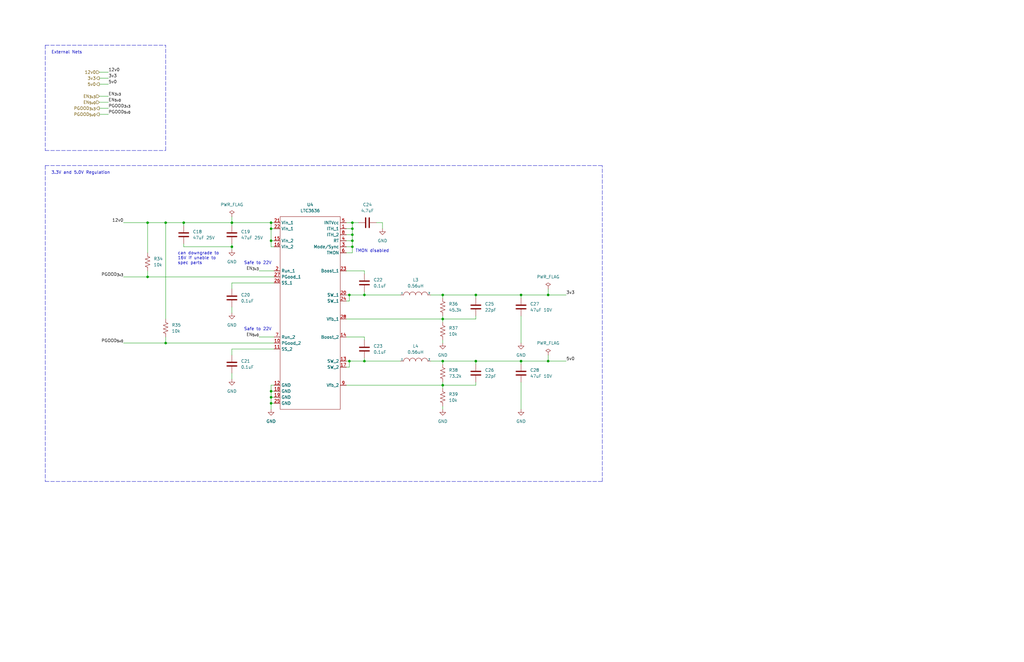
<source format=kicad_sch>
(kicad_sch (version 20211123) (generator eeschema)
  (paper "B")
  (title_block (title "Motorboard") (date "2021-11-14") (rev "1.0.0") (company "The A-Team (RC SSL)") (comment 1 "Designed By: W. Stuckey & R. Osawa") (comment 2 "Reviewed By:"))
  (lib_symbols
    (symbol "Device:C" (pin_numbers hide) (pin_names (offset 0.254))
      (property "Reference" "C" (at 0.635 2.54 0))
      (property "Value" "C" (at 0.635 -2.54 0))
      (symbol "C_0_1"
        (polyline (pts (xy -2.032 -0.762) (xy 2.032 -0.762)) (stroke (width 0.508)))
        (polyline (pts (xy -2.032 0.762) (xy 2.032 0.762)) (stroke (width 0.508)))
      )
      (symbol "C_1_1"
        (pin passive line (at 0 3.81 270) (length 2.794) (name "~") (number "1"))
        (pin passive line (at 0 -3.81 90) (length 2.794) (name "~") (number "2"))
      )
    )
    (symbol "Device:R_US" (pin_numbers hide) (pin_names (offset 0))
      (property "Reference" "R" (at 2.54 0 90))
      (property "Value" "R_US" (at -2.54 0 90))
      (symbol "R_US_0_1"
        (polyline (pts (xy 0 -2.286) (xy 0 -2.54)))
        (polyline (pts (xy 0 2.286) (xy 0 2.54)))
        (polyline (pts (xy 0 -0.762) (xy 1.016 -1.143) (xy 0 -1.524) (xy -1.016 -1.905) (xy 0 -2.286)))
        (polyline (pts (xy 0 0.762) (xy 1.016 0.381) (xy 0 0) (xy -1.016 -0.381) (xy 0 -0.762)))
        (polyline (pts (xy 0 2.286) (xy 1.016 1.905) (xy 0 1.524) (xy -1.016 1.143) (xy 0 0.762)))
      )
      (symbol "R_US_1_1"
        (pin passive line (at 0 3.81 270) (length 1.27) (name "~") (number "1"))
        (pin passive line (at 0 -3.81 90) (length 1.27) (name "~") (number "2"))
      )
    )
    (symbol "ltc_regulators:LTC3636"
      (property "Reference" "U" (at -11.43 -41.91 0))
      (property "Value" "LTC3636" (at 0 41.91 0))
      (symbol "LTC3636_0_1"
        (rectangle (start -12.7 40.64) (end 12.7 -40.64) (stroke (width 0.1524)))
      )
      (symbol "LTC3636_1_1"
        (pin passive line (at 15.24 35.56 180) (length 2.54) (name "ITH_1") (number "1"))
        (pin input line (at -15.24 -12.7 0) (length 2.54) (name "PGood_2") (number "10"))
        (pin input line (at -15.24 -15.24 0) (length 2.54) (name "SS_2") (number "11"))
        (pin power_in line (at -15.24 -30.48 0) (length 2.54) (name "GND") (number "12"))
        (pin power_out line (at 15.24 -20.32 180) (length 2.54) (name "SW_2") (number "13"))
        (pin bidirectional line (at 15.24 -10.16 180) (length 2.54) (name "Boost_2") (number "14"))
        (pin power_in line (at -15.24 30.48 0) (length 2.54) (name "Vin_2") (number "15"))
        (pin power_in line (at -15.24 27.94 0) (length 2.54) (name "Vin_2") (number "16"))
        (pin passive line (at 15.24 -22.86 180) (length 2.54) (name "SW_2") (number "17"))
        (pin power_in line (at -15.24 -33.02 0) (length 2.54) (name "GND") (number "18"))
        (pin power_in line (at -15.24 -35.56 0) (length 2.54) (name "GND") (number "19"))
        (pin input line (at -15.24 17.78 0) (length 2.54) (name "Run_1") (number "2"))
        (pin power_out line (at 15.24 7.62 180) (length 2.54) (name "SW_1") (number "20"))
        (pin power_in line (at -15.24 38.1 0) (length 2.54) (name "Vin_1") (number "21"))
        (pin power_in line (at -15.24 35.56 0) (length 2.54) (name "Vin_1") (number "22"))
        (pin bidirectional line (at 15.24 17.78 180) (length 2.54) (name "Boost_1") (number "23"))
        (pin passive line (at 15.24 5.08 180) (length 2.54) (name "SW_1") (number "24"))
        (pin power_in line (at -15.24 -38.1 0) (length 2.54) (name "GND") (number "25"))
        (pin input line (at -15.24 12.7 0) (length 2.54) (name "SS_1") (number "26"))
        (pin input line (at -15.24 15.24 0) (length 2.54) (name "PGood_1") (number "27"))
        (pin input line (at 15.24 -2.54 180) (length 2.54) (name "Vfb_1") (number "28"))
        (pin input line (at 15.24 27.94 180) (length 2.54) (name "Mode/Sync") (number "3"))
        (pin input line (at 15.24 30.48 180) (length 2.54) (name "RT") (number "4"))
        (pin power_out line (at 15.24 38.1 180) (length 2.54) (name "INTVcc") (number "5"))
        (pin passive line (at 15.24 25.4 180) (length 2.54) (name "TMON") (number "6"))
        (pin input line (at -15.24 -10.16 0) (length 2.54) (name "Run_2") (number "7"))
        (pin passive line (at 15.24 33.02 180) (length 2.54) (name "ITH_2") (number "8"))
        (pin output line (at 15.24 -30.48 180) (length 2.54) (name "Vfb_2") (number "9"))
      )
    )
    (symbol "power:GND" (power) (pin_names (offset 0))
      (property "Value" "GND" (at 0 -3.81 0))
      (symbol "GND_0_1"
        (polyline (pts (xy 0 0) (xy 0 -1.27) (xy 1.27 -1.27) (xy 0 -2.54) (xy -1.27 -1.27) (xy 0 -1.27)))
      )
      (symbol "GND_1_1"
        (pin power_in line (at 0 0 270) (length 0) hide (name "GND") (number "1"))
      )
    )
    (symbol "power:PWR_FLAG" (power) (pin_numbers hide) (pin_names (offset 0) hide)
      (property "Value" "PWR_FLAG" (at 0 3.81 0))
      (symbol "PWR_FLAG_0_0"
        (pin power_out line (at 0 0 90) (length 0) (name "pwr") (number "1"))
      )
      (symbol "PWR_FLAG_0_1"
        (polyline (pts (xy 0 0) (xy 0 1.27) (xy -1.016 1.905) (xy 0 2.54) (xy 1.016 1.905) (xy 0 1.27)))
      )
    )
    (symbol "pspice:INDUCTOR" (pin_numbers hide) (pin_names (offset 0))
      (property "Reference" "L" (at 0 2.54 0))
      (property "Value" "INDUCTOR" (at 0 -1.27 0))
      (symbol "INDUCTOR_0_1"
        (arc (start -2.54 0) (mid -3.81 1.27) (end -5.08 0))
        (arc (start 0 0) (mid -1.27 1.27) (end -2.54 0))
        (arc (start 2.54 0) (mid 1.27 1.27) (end 0 0))
        (arc (start 5.08 0) (mid 3.81 1.27) (end 2.54 0))
      )
      (symbol "INDUCTOR_1_1"
        (pin input line (at -6.35 0 0) (length 1.27) (name "1") (number "1"))
        (pin input line (at 6.35 0 180) (length 1.27) (name "2") (number "2"))
      )
    )
  )
  (junction (at 97.79 104.14) (diameter 0.9144))
  (junction (at 62.23 93.98) (diameter 0.9144))
  (junction (at 219.71 124.46) (diameter 0.9144))
  (junction (at 186.69 162.56) (diameter 0.9144))
  (junction (at 114.3 170.18) (diameter 0.9144))
  (junction (at 148.59 96.52) (diameter 0.9144))
  (junction (at 77.47 93.98) (diameter 0.9144))
  (junction (at 62.23 116.84) (diameter 0.9144))
  (junction (at 186.69 134.62) (diameter 0.9144))
  (junction (at 148.59 104.14))
  (junction (at 114.3 167.64) (diameter 0.9144))
  (junction (at 153.67 152.4) (diameter 0.9144))
  (junction (at 148.59 101.6) (diameter 0.9144))
  (junction (at 231.14 152.4) (diameter 0.9144))
  (junction (at 200.66 152.4) (diameter 0.9144))
  (junction (at 114.3 101.6) (diameter 0.9144))
  (junction (at 153.67 124.46) (diameter 0.9144))
  (junction (at 114.3 165.1) (diameter 0.9144))
  (junction (at 148.59 99.06) (diameter 0.9144))
  (junction (at 219.71 152.4) (diameter 0.9144))
  (junction (at 69.85 144.78) (diameter 0.9144))
  (junction (at 186.69 152.4) (diameter 0.9144))
  (junction (at 147.32 124.46) (diameter 0.9144))
  (junction (at 231.14 124.46))
  (junction (at 114.3 96.52) (diameter 0.9144))
  (junction (at 186.69 124.46) (diameter 0.9144))
  (junction (at 69.85 93.98) (diameter 0.9144))
  (junction (at 114.3 93.98) (diameter 0.9144))
  (junction (at 97.79 93.98) (diameter 0.9144))
  (junction (at 148.59 93.98) (diameter 0.9144))
  (junction (at 200.66 124.46) (diameter 0.9144))
  (junction (at 147.32 152.4) (diameter 0.9144))
  (wire (pts (xy 97.79 91.44) (xy 97.79 93.98)))
  (wire (pts (xy 114.3 104.14) (xy 114.3 101.6)))
  (wire (pts (xy 146.05 142.24) (xy 153.67 142.24)))
  (wire (pts (xy 97.79 119.38) (xy 115.57 119.38)))
  (wire (pts (xy 186.69 134.62) (xy 186.69 135.89)))
  (wire (pts (xy 219.71 124.46) (xy 231.14 124.46)))
  (wire (pts (xy 147.32 124.46) (xy 153.67 124.46)))
  (wire (pts (xy 97.79 157.48) (xy 97.79 160.02)))
  (wire (pts (xy 114.3 165.1) (xy 114.3 167.64)))
  (wire (pts (xy 146.05 99.06) (xy 148.59 99.06)))
  (wire (pts (xy 52.07 93.98) (xy 62.23 93.98)))
  (wire (pts (xy 147.32 152.4) (xy 147.32 154.94)))
  (wire (pts (xy 148.59 93.98) (xy 146.05 93.98)))
  (wire (pts (xy 146.05 152.4) (xy 147.32 152.4)))
  (wire (pts (xy 153.67 142.24) (xy 153.67 143.51)))
  (wire (pts (xy 109.22 142.24) (xy 115.57 142.24)))
  (wire (pts (xy 153.67 152.4) (xy 153.67 151.13)))
  (wire (pts (xy 153.67 114.3) (xy 153.67 115.57)))
  (wire (pts (xy 146.05 96.52) (xy 148.59 96.52)))
  (wire (pts (xy 153.67 124.46) (xy 168.91 124.46)))
  (wire (pts (xy 97.79 93.98) (xy 97.79 95.25)))
  (wire (pts (xy 148.59 99.06) (xy 148.59 96.52)))
  (wire (pts (xy 186.69 171.45) (xy 186.69 172.72)))
  (polyline (pts (xy 19.05 69.85) (xy 19.05 203.2)) (stroke (width 0) (type dash)))
  (polyline (pts (xy 19.05 69.85) (xy 254 69.85)) (stroke (width 0) (type dash)))
  (polyline (pts (xy 19.05 203.2) (xy 254 203.2)) (stroke (width 0) (type dash)))
  (polyline (pts (xy 254 203.2) (xy 254 69.85)) (stroke (width 0) (type dash)))
  (wire (pts (xy 41.91 30.48) (xy 45.72 30.48)))
  (wire (pts (xy 219.71 152.4) (xy 231.14 152.4)))
  (wire (pts (xy 231.14 152.4) (xy 238.76 152.4)))
  (wire (pts (xy 69.85 144.78) (xy 115.57 144.78)))
  (wire (pts (xy 186.69 152.4) (xy 200.66 152.4)))
  (wire (pts (xy 200.66 161.29) (xy 200.66 162.56)))
  (wire (pts (xy 181.61 124.46) (xy 186.69 124.46)))
  (wire (pts (xy 52.07 144.78) (xy 69.85 144.78)))
  (wire (pts (xy 97.79 104.14) (xy 97.79 105.41)))
  (wire (pts (xy 231.14 149.86) (xy 231.14 152.4)))
  (wire (pts (xy 114.3 96.52) (xy 115.57 96.52)))
  (wire (pts (xy 114.3 96.52) (xy 114.3 93.98)))
  (wire (pts (xy 97.79 129.54) (xy 97.79 132.08)))
  (wire (pts (xy 186.69 162.56) (xy 200.66 162.56)))
  (wire (pts (xy 148.59 101.6) (xy 148.59 99.06)))
  (wire (pts (xy 97.79 93.98) (xy 77.47 93.98)))
  (wire (pts (xy 148.59 93.98) (xy 151.13 93.98)))
  (wire (pts (xy 77.47 93.98) (xy 77.47 95.25)))
  (wire (pts (xy 146.05 154.94) (xy 147.32 154.94)))
  (wire (pts (xy 97.79 102.87) (xy 97.79 104.14)))
  (wire (pts (xy 114.3 167.64) (xy 115.57 167.64)))
  (wire (pts (xy 114.3 93.98) (xy 97.79 93.98)))
  (wire (pts (xy 186.69 161.29) (xy 186.69 162.56)))
  (polyline (pts (xy 19.05 19.05) (xy 19.05 63.5)) (stroke (width 0) (type dash)))
  (polyline (pts (xy 19.05 19.05) (xy 69.85 19.05)) (stroke (width 0) (type dash)))
  (polyline (pts (xy 19.05 63.5) (xy 69.85 63.5)) (stroke (width 0) (type dash)))
  (polyline (pts (xy 69.85 63.5) (xy 69.85 19.05)) (stroke (width 0) (type dash)))
  (wire (pts (xy 41.91 48.26) (xy 45.72 48.26)))
  (wire (pts (xy 147.32 152.4) (xy 153.67 152.4)))
  (wire (pts (xy 146.05 127) (xy 147.32 127)))
  (wire (pts (xy 69.85 93.98) (xy 62.23 93.98)))
  (wire (pts (xy 69.85 93.98) (xy 69.85 134.62)))
  (wire (pts (xy 200.66 134.62) (xy 186.69 134.62)))
  (wire (pts (xy 146.05 104.14) (xy 148.59 104.14)))
  (wire (pts (xy 231.14 121.92) (xy 231.14 124.46)))
  (wire (pts (xy 114.3 162.56) (xy 114.3 165.1)))
  (wire (pts (xy 114.3 170.18) (xy 114.3 172.72)))
  (wire (pts (xy 153.67 124.46) (xy 153.67 123.19)))
  (wire (pts (xy 41.91 45.72) (xy 45.72 45.72)))
  (wire (pts (xy 41.91 33.02) (xy 45.72 33.02)))
  (wire (pts (xy 186.69 152.4) (xy 186.69 153.67)))
  (wire (pts (xy 114.3 101.6) (xy 115.57 101.6)))
  (wire (pts (xy 114.3 165.1) (xy 115.57 165.1)))
  (wire (pts (xy 200.66 152.4) (xy 219.71 152.4)))
  (wire (pts (xy 153.67 152.4) (xy 168.91 152.4)))
  (wire (pts (xy 41.91 35.56) (xy 45.72 35.56)))
  (wire (pts (xy 69.85 142.24) (xy 69.85 144.78)))
  (wire (pts (xy 115.57 104.14) (xy 114.3 104.14)))
  (wire (pts (xy 77.47 102.87) (xy 77.47 104.14)))
  (wire (pts (xy 200.66 125.73) (xy 200.66 124.46)))
  (wire (pts (xy 200.66 133.35) (xy 200.66 134.62)))
  (wire (pts (xy 69.85 93.98) (xy 77.47 93.98)))
  (wire (pts (xy 231.14 124.46) (xy 238.76 124.46)))
  (wire (pts (xy 147.32 127) (xy 147.32 124.46)))
  (wire (pts (xy 158.75 93.98) (xy 161.29 93.98)))
  (wire (pts (xy 77.47 104.14) (xy 97.79 104.14)))
  (wire (pts (xy 200.66 124.46) (xy 219.71 124.46)))
  (wire (pts (xy 200.66 124.46) (xy 186.69 124.46)))
  (wire (pts (xy 146.05 114.3) (xy 153.67 114.3)))
  (wire (pts (xy 186.69 133.35) (xy 186.69 134.62)))
  (wire (pts (xy 109.22 114.3) (xy 115.57 114.3)))
  (wire (pts (xy 219.71 125.73) (xy 219.71 124.46)))
  (wire (pts (xy 97.79 149.86) (xy 97.79 147.32)))
  (wire (pts (xy 41.91 40.64) (xy 45.72 40.64)))
  (wire (pts (xy 186.69 124.46) (xy 186.69 125.73)))
  (wire (pts (xy 146.05 106.68) (xy 148.59 106.68)))
  (wire (pts (xy 146.05 124.46) (xy 147.32 124.46)))
  (wire (pts (xy 62.23 116.84) (xy 115.57 116.84)))
  (wire (pts (xy 146.05 134.62) (xy 186.69 134.62)))
  (wire (pts (xy 181.61 152.4) (xy 186.69 152.4)))
  (wire (pts (xy 200.66 153.67) (xy 200.66 152.4)))
  (wire (pts (xy 115.57 162.56) (xy 114.3 162.56)))
  (wire (pts (xy 97.79 147.32) (xy 115.57 147.32)))
  (wire (pts (xy 219.71 161.29) (xy 219.71 172.72)))
  (wire (pts (xy 148.59 104.14) (xy 148.59 106.68)))
  (wire (pts (xy 41.91 43.18) (xy 45.72 43.18)))
  (wire (pts (xy 186.69 143.51) (xy 186.69 144.78)))
  (wire (pts (xy 97.79 121.92) (xy 97.79 119.38)))
  (wire (pts (xy 148.59 104.14) (xy 148.59 101.6)))
  (wire (pts (xy 148.59 96.52) (xy 148.59 93.98)))
  (wire (pts (xy 62.23 114.3) (xy 62.23 116.84)))
  (wire (pts (xy 62.23 93.98) (xy 62.23 106.68)))
  (wire (pts (xy 114.3 170.18) (xy 115.57 170.18)))
  (wire (pts (xy 146.05 101.6) (xy 148.59 101.6)))
  (wire (pts (xy 114.3 167.64) (xy 114.3 170.18)))
  (wire (pts (xy 114.3 101.6) (xy 114.3 96.52)))
  (wire (pts (xy 114.3 93.98) (xy 115.57 93.98)))
  (wire (pts (xy 219.71 133.35) (xy 219.71 144.78)))
  (wire (pts (xy 161.29 93.98) (xy 161.29 96.52)))
  (wire (pts (xy 219.71 152.4) (xy 219.71 153.67)))
  (wire (pts (xy 186.69 162.56) (xy 186.69 163.83)))
  (wire (pts (xy 52.07 116.84) (xy 62.23 116.84)))
  (wire (pts (xy 146.05 162.56) (xy 186.69 162.56)))
  (text "External Nets" (at 21.59 22.86 0) (effects (font (size 1.27 1.27)) (justify left bottom)))
  (text "Safe to 22V" (at 102.87 111.76 0) (effects (font (size 1.27 1.27)) (justify left bottom)))
  (text "Safe to 22V" (at 102.87 139.7 0) (effects (font (size 1.27 1.27)) (justify left bottom)))
  (text "TMON disabled" (at 149.86 106.68 0) (effects (font (size 1.27 1.27)) (justify left bottom)))
  (text "3.3V and 5.0V Regulation" (at 21.59 73.66 0) (effects (font (size 1.27 1.27)) (justify left bottom)))
  (text "can downgrade to \n16V if unable to \nspec parts" (at 74.93 111.76 0) (effects (font (size 1.27 1.27)) (justify left bottom)))
  (label "3v3" (at 238.76 124.46 0))
  (label "EN_{3v3}" (at 45.72 40.64 0))
  (label "5v0" (at 45.72 35.56 0))
  (label "3v3" (at 45.72 33.02 0))
  (label "PGOOD_{5v0}" (at 52.07 144.78 180))
  (label "5v0" (at 238.76 152.4 0))
  (label "12v0" (at 52.07 93.98 180))
  (label "PGOOD_{3v3}" (at 52.07 116.84 180))
  (label "PGOOD_{5v0}" (at 45.72 48.26 0))
  (label "PGOOD_{3v3}" (at 45.72 45.72 0))
  (label "EN_{5v0}" (at 45.72 43.18 0))
  (label "EN_{5v0}" (at 109.22 142.24 180))
  (label "EN_{3v3}" (at 109.22 114.3 180))
  (label "12v0" (at 45.72 30.48 0))
  (hierarchical_label "PGOOD_{3v3}" (shape output) (at 41.91 45.72 180))
  (hierarchical_label "3v3" (shape output) (at 41.91 33.02 180))
  (hierarchical_label "EN_{3v3}" (shape input) (at 41.91 40.64 180))
  (hierarchical_label "12v0" (shape input) (at 41.91 30.48 180))
  (hierarchical_label "EN_{5v0}" (shape input) (at 41.91 43.18 180))
  (hierarchical_label "5v0" (shape output) (at 41.91 35.56 180))
  (hierarchical_label "PGOOD_{5v0}" (shape output) (at 41.91 48.26 180))
  (symbol (lib_id "Device:C") (at 154.94 93.98 90) (unit 1)
    (property "Reference" "C24" (at 154.94 86.36 90))
    (property "Value" "4.7uF" (at 154.94 88.9 90))
    (property "Footprint" "Capacitor_SMD:C_0603_1608Metric_Pad1.08x0.95mm_HandSolder" (effects hide))
  )
  (symbol (lib_id "Device:C") (at 77.47 99.06 0) (unit 1)
    (property "Reference" "C18" (at 81.28 97.7899 0) (effects (justify left)))
    (property "Value" "47uF 25V" (at 81.28 100.3299 0) (effects (justify left)))
    (property "Footprint" "Capacitor_SMD:C_1210_3225Metric_Pad1.33x2.70mm_HandSolder" (effects hide))
  )
  (symbol (lib_id "Device:R_US") (at 186.69 139.7 0) (unit 1)
    (property "Reference" "R37" (at 189.23 138.4299 0) (effects (justify left)))
    (property "Value" "10k" (at 189.23 140.9699 0) (effects (justify left)))
    (property "Footprint" "Resistor_SMD:R_0402_1005Metric_Pad0.72x0.64mm_HandSolder" (effects hide))
  )
  (symbol (lib_id "power:GND") (at 97.79 105.41 0) (unit 1)
    (property "Reference" "#PWR034" (effects hide))
    (property "Value" "GND" (at 97.79 110.49 0))
  )
  (symbol (lib_id "Device:C") (at 97.79 99.06 0) (unit 1)
    (property "Reference" "C19" (at 101.6 97.7899 0) (effects (justify left)))
    (property "Value" "47uF 25V" (at 101.6 100.3299 0) (effects (justify left)))
    (property "Footprint" "Capacitor_SMD:C_1210_3225Metric_Pad1.33x2.70mm_HandSolder" (effects hide))
  )
  (symbol (lib_id "Device:R_US") (at 62.23 110.49 180) (unit 1)
    (property "Reference" "R34" (at 64.77 109.2199 0) (effects (justify right)))
    (property "Value" "10k" (at 64.77 111.7599 0) (effects (justify right)))
    (property "Footprint" "Resistor_SMD:R_0402_1005Metric_Pad0.72x0.64mm_HandSolder" (effects hide))
  )
  (symbol (lib_id "power:GND") (at 219.71 172.72 0) (unit 1)
    (property "Reference" "#PWR042" (effects hide))
    (property "Value" "GND" (at 219.71 177.8 0))
  )
  (symbol (lib_id "Device:C") (at 219.71 129.54 0) (unit 1)
    (property "Reference" "C27" (at 223.52 128.2699 0) (effects (justify left)))
    (property "Value" "47uF 10V" (at 223.52 130.8099 0) (effects (justify left)))
    (property "Footprint" "Capacitor_SMD:C_1210_3225Metric_Pad1.33x2.70mm_HandSolder" (effects hide))
  )
  (symbol (lib_id "Device:R_US") (at 69.85 138.43 180) (unit 1)
    (property "Reference" "R35" (at 72.39 137.1599 0) (effects (justify right)))
    (property "Value" "10k" (at 72.39 139.6999 0) (effects (justify right)))
    (property "Footprint" "Resistor_SMD:R_0402_1005Metric_Pad0.72x0.64mm_HandSolder" (effects hide))
  )
  (symbol (lib_id "power:GND") (at 97.79 132.08 0) (unit 1)
    (property "Reference" "#PWR035" (effects hide))
    (property "Value" "GND" (at 97.79 137.16 0))
  )
  (symbol (lib_id "pspice:INDUCTOR") (at 175.26 124.46 0) (unit 1)
    (property "Reference" "L3" (at 175.26 118.11 0))
    (property "Value" "0.56uH" (at 175.26 120.65 0))
  )
  (symbol (lib_id "Device:R_US") (at 186.69 167.64 0) (unit 1)
    (property "Reference" "R39" (at 189.23 166.3699 0) (effects (justify left)))
    (property "Value" "10k" (at 189.23 168.9099 0) (effects (justify left)))
    (property "Footprint" "Resistor_SMD:R_0402_1005Metric_Pad0.72x0.64mm_HandSolder" (effects hide))
  )
  (symbol (lib_id "power:GND") (at 161.29 96.52 0) (unit 1)
    (property "Reference" "#PWR038" (effects hide))
    (property "Value" "GND" (at 161.29 101.6 0))
  )
  (symbol (lib_id "Device:C") (at 219.71 157.48 0) (unit 1)
    (property "Reference" "C28" (at 223.52 156.2099 0) (effects (justify left)))
    (property "Value" "47uF 10V" (at 223.52 158.7499 0) (effects (justify left)))
    (property "Footprint" "Capacitor_SMD:C_1210_3225Metric_Pad1.33x2.70mm_HandSolder" (effects hide))
  )
  (symbol (lib_id "power:GND") (at 186.69 172.72 0) (unit 1)
    (property "Reference" "#PWR040" (effects hide))
    (property "Value" "GND" (at 186.69 177.8 0))
  )
  (symbol (lib_id "Device:C") (at 153.67 119.38 0) (unit 1)
    (property "Reference" "C22" (at 157.48 118.1099 0) (effects (justify left)))
    (property "Value" "0.1uF" (at 157.48 120.6499 0) (effects (justify left)))
    (property "Footprint" "Capacitor_SMD:C_0402_1005Metric_Pad0.74x0.62mm_HandSolder" (effects hide))
  )
  (symbol (lib_id "power:GND") (at 114.3 172.72 0) (unit 1)
    (property "Reference" "#PWR037" (effects hide))
    (property "Value" "GND" (at 114.3 177.8 0))
  )
  (symbol (lib_id "power:GND") (at 186.69 144.78 0) (unit 1)
    (property "Reference" "#PWR039" (effects hide))
    (property "Value" "GND" (at 186.69 149.86 0))
  )
  (symbol (lib_id "Device:C") (at 97.79 153.67 0) (unit 1)
    (property "Reference" "C21" (at 101.6 152.3999 0) (effects (justify left)))
    (property "Value" "0.1uF" (at 101.6 154.9399 0) (effects (justify left)))
    (property "Footprint" "Capacitor_SMD:C_0402_1005Metric_Pad0.74x0.62mm_HandSolder" (effects hide))
  )
  (symbol (lib_id "Device:C") (at 97.79 125.73 0) (unit 1)
    (property "Reference" "C20" (at 101.6 124.4599 0) (effects (justify left)))
    (property "Value" "0.1uF" (at 101.6 126.9999 0) (effects (justify left)))
    (property "Footprint" "Capacitor_SMD:C_0402_1005Metric_Pad0.74x0.62mm_HandSolder" (effects hide))
  )
  (symbol (lib_id "Device:R_US") (at 186.69 157.48 0) (unit 1)
    (property "Reference" "R38" (at 189.23 156.2099 0) (effects (justify left)))
    (property "Value" "73.2k" (at 189.23 158.7499 0) (effects (justify left)))
    (property "Footprint" "Resistor_SMD:R_0402_1005Metric_Pad0.72x0.64mm_HandSolder" (effects hide))
  )
  (symbol (lib_id "pspice:INDUCTOR") (at 175.26 152.4 0) (unit 1)
    (property "Reference" "L4" (at 175.26 146.05 0))
    (property "Value" "0.56uH" (at 175.26 148.59 0))
  )
  (symbol (lib_id "power:GND") (at 97.79 160.02 0) (unit 1)
    (property "Reference" "#PWR036" (effects hide))
    (property "Value" "GND" (at 97.79 165.1 0))
  )
  (symbol (lib_id "Device:C") (at 153.67 147.32 0) (unit 1)
    (property "Reference" "C23" (at 157.48 146.0499 0) (effects (justify left)))
    (property "Value" "0.1uF" (at 157.48 148.5899 0) (effects (justify left)))
    (property "Footprint" "Capacitor_SMD:C_0402_1005Metric_Pad0.74x0.62mm_HandSolder" (effects hide))
  )
  (symbol (lib_id "power:PWR_FLAG") (at 231.14 149.86 0) (unit 1)
    (property "Reference" "#FLG08" (effects hide))
    (property "Value" "PWR_FLAG" (at 231.14 144.78 0))
  )
  (symbol (lib_id "ltc_regulators:LTC3636") (at 130.81 132.08 0) (unit 1)
    (property "Reference" "U4" (at 130.81 86.36 0))
    (property "Value" "LTC3636" (at 130.81 88.9 0))
    (property "Datasheet" "https://www.digikey.com/en/products/detail/analog-devices-inc/LTC3636IUFD-TRPBF/7423151" (effects hide))
  )
  (symbol (lib_id "power:GND") (at 219.71 144.78 0) (unit 1)
    (property "Reference" "#PWR041" (effects hide))
    (property "Value" "GND" (at 219.71 149.86 0))
  )
  (symbol (lib_id "Device:C") (at 200.66 157.48 0) (unit 1)
    (property "Reference" "C26" (at 204.47 156.2099 0) (effects (justify left)))
    (property "Value" "22pF" (at 204.47 158.7499 0) (effects (justify left)))
    (property "Footprint" "Capacitor_SMD:C_0402_1005Metric_Pad0.74x0.62mm_HandSolder" (effects hide))
  )
  (symbol (lib_id "power:PWR_FLAG") (at 97.79 91.44 0) (unit 1)
    (property "Reference" "#FLG06" (effects hide))
    (property "Value" "PWR_FLAG" (at 97.79 86.36 0))
  )
  (symbol (lib_id "power:PWR_FLAG") (at 231.14 121.92 0) (unit 1)
    (property "Reference" "#FLG07" (effects hide))
    (property "Value" "PWR_FLAG" (at 231.14 116.84 0))
  )
  (symbol (lib_id "Device:R_US") (at 186.69 129.54 0) (unit 1)
    (property "Reference" "R36" (at 189.23 128.2699 0) (effects (justify left)))
    (property "Value" "45.3k" (at 189.23 130.8099 0) (effects (justify left)))
    (property "Footprint" "Resistor_SMD:R_0402_1005Metric_Pad0.72x0.64mm_HandSolder" (effects hide))
  )
  (symbol (lib_id "Device:C") (at 200.66 129.54 0) (unit 1)
    (property "Reference" "C25" (at 204.47 128.2699 0) (effects (justify left)))
    (property "Value" "22pF" (at 204.47 130.8099 0) (effects (justify left)))
    (property "Footprint" "Capacitor_SMD:C_0402_1005Metric_Pad0.74x0.62mm_HandSolder" (effects hide))
  )
)
</source>
